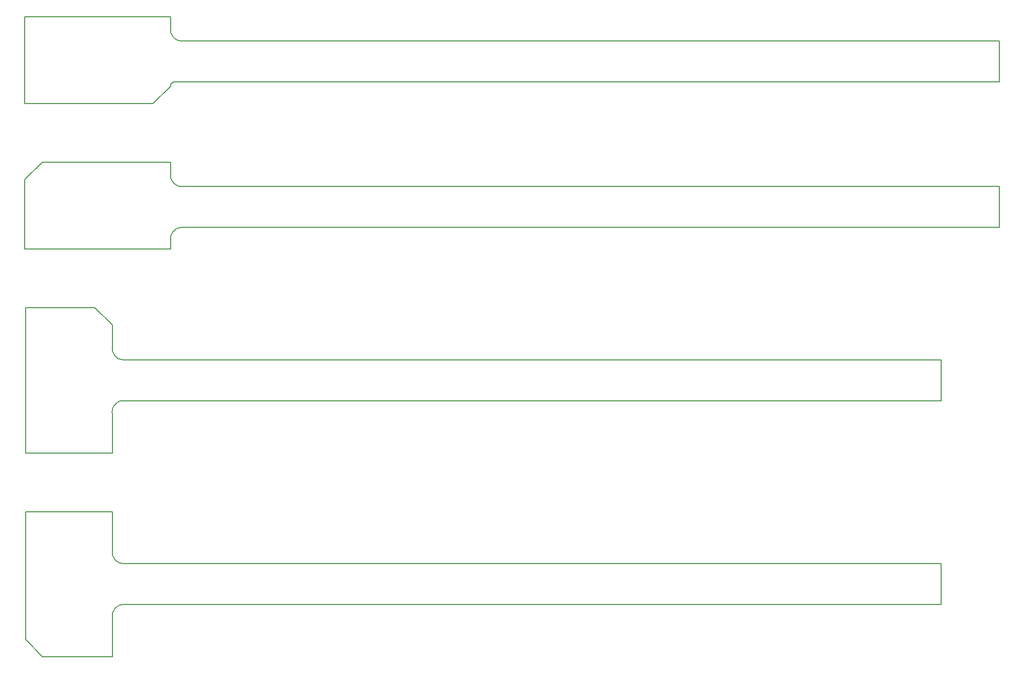
<source format=gbr>
G04 (created by PCBNEW-RS274X (2011-aug-04)-testing) date Wed 07 Dec 2011 02:34:08 PM CET*
G01*
G70*
G90*
%MOIN*%
G04 Gerber Fmt 3.4, Leading zero omitted, Abs format*
%FSLAX34Y34*%
G04 APERTURE LIST*
%ADD10C,0.006000*%
G04 APERTURE END LIST*
G54D10*
X25591Y-53130D02*
X25591Y-50394D01*
X26378Y-49607D02*
X26310Y-49610D01*
X26242Y-49619D01*
X26175Y-49634D01*
X26109Y-49655D01*
X26046Y-49681D01*
X25985Y-49713D01*
X25927Y-49750D01*
X25873Y-49792D01*
X25822Y-49838D01*
X25776Y-49889D01*
X25734Y-49943D01*
X25697Y-50001D01*
X25665Y-50062D01*
X25639Y-50125D01*
X25618Y-50191D01*
X25603Y-50258D01*
X25594Y-50326D01*
X25591Y-50394D01*
X81594Y-49606D02*
X26378Y-49606D01*
X26378Y-46850D02*
X81594Y-46850D01*
X25591Y-46161D02*
X25591Y-43327D01*
X25591Y-36713D02*
X25591Y-39370D01*
X81594Y-35827D02*
X26280Y-35827D01*
X26378Y-33071D02*
X81594Y-33071D01*
X25591Y-32283D02*
X25591Y-30709D01*
X30315Y-24114D02*
X85531Y-24114D01*
X29528Y-25571D02*
X29528Y-24803D01*
X30315Y-21358D02*
X85531Y-21358D01*
X29528Y-20583D02*
X29528Y-19705D01*
X85531Y-14272D02*
X29823Y-14272D01*
X30315Y-11516D02*
X85531Y-11516D01*
X29528Y-10728D02*
X29528Y-09862D01*
X25591Y-46063D02*
X25594Y-46131D01*
X25603Y-46199D01*
X25618Y-46266D01*
X25639Y-46332D01*
X25665Y-46395D01*
X25697Y-46456D01*
X25734Y-46514D01*
X25776Y-46568D01*
X25822Y-46619D01*
X25873Y-46665D01*
X25927Y-46707D01*
X25985Y-46744D01*
X26046Y-46776D01*
X26109Y-46802D01*
X26175Y-46823D01*
X26242Y-46838D01*
X26310Y-46847D01*
X26378Y-46850D01*
X26279Y-35828D02*
X26211Y-35839D01*
X26144Y-35857D01*
X26079Y-35880D01*
X26016Y-35909D01*
X25956Y-35943D01*
X25899Y-35983D01*
X25846Y-36027D01*
X25797Y-36076D01*
X25752Y-36128D01*
X25712Y-36185D01*
X25677Y-36245D01*
X25647Y-36307D01*
X25623Y-36372D01*
X25605Y-36439D01*
X25593Y-36507D01*
X25586Y-36576D01*
X25586Y-36644D01*
X25592Y-36713D01*
X25590Y-32283D02*
X25593Y-32351D01*
X25602Y-32419D01*
X25617Y-32486D01*
X25638Y-32552D01*
X25664Y-32616D01*
X25696Y-32676D01*
X25733Y-32734D01*
X25775Y-32789D01*
X25821Y-32840D01*
X25872Y-32886D01*
X25927Y-32928D01*
X25985Y-32965D01*
X26045Y-32997D01*
X26109Y-33023D01*
X26175Y-33044D01*
X26242Y-33059D01*
X26310Y-33068D01*
X26378Y-33071D01*
X30315Y-24115D02*
X30247Y-24118D01*
X30179Y-24127D01*
X30112Y-24142D01*
X30046Y-24163D01*
X29983Y-24189D01*
X29922Y-24221D01*
X29864Y-24258D01*
X29810Y-24300D01*
X29759Y-24346D01*
X29713Y-24397D01*
X29671Y-24451D01*
X29634Y-24509D01*
X29602Y-24570D01*
X29576Y-24633D01*
X29555Y-24699D01*
X29540Y-24766D01*
X29531Y-24834D01*
X29528Y-24902D01*
X29528Y-20571D02*
X29531Y-20639D01*
X29540Y-20707D01*
X29555Y-20774D01*
X29576Y-20840D01*
X29602Y-20903D01*
X29634Y-20964D01*
X29671Y-21022D01*
X29713Y-21076D01*
X29759Y-21127D01*
X29810Y-21173D01*
X29864Y-21215D01*
X29922Y-21252D01*
X29983Y-21284D01*
X30046Y-21310D01*
X30112Y-21331D01*
X30179Y-21346D01*
X30247Y-21355D01*
X30315Y-21358D01*
X29823Y-14272D02*
X29798Y-14274D01*
X29772Y-14277D01*
X29747Y-14283D01*
X29723Y-14290D01*
X29699Y-14300D01*
X29676Y-14312D01*
X29654Y-14326D01*
X29634Y-14342D01*
X29615Y-14359D01*
X29598Y-14378D01*
X29582Y-14398D01*
X29568Y-14420D01*
X29556Y-14443D01*
X29546Y-14467D01*
X29539Y-14491D01*
X29533Y-14516D01*
X29530Y-14542D01*
X29528Y-14567D01*
X29527Y-10728D02*
X29530Y-10796D01*
X29539Y-10864D01*
X29554Y-10931D01*
X29575Y-10997D01*
X29601Y-11061D01*
X29633Y-11121D01*
X29670Y-11179D01*
X29712Y-11234D01*
X29758Y-11285D01*
X29809Y-11331D01*
X29864Y-11373D01*
X29922Y-11410D01*
X29982Y-11442D01*
X30046Y-11468D01*
X30112Y-11489D01*
X30179Y-11504D01*
X30247Y-11513D01*
X30315Y-11516D01*
X19685Y-09862D02*
X29528Y-09862D01*
X19685Y-15728D02*
X19685Y-09862D01*
X28347Y-15728D02*
X19685Y-15728D01*
X29528Y-14567D02*
X28347Y-15728D01*
X19685Y-25571D02*
X29528Y-25571D01*
X19685Y-20866D02*
X19685Y-25571D01*
X20866Y-19705D02*
X19685Y-20866D01*
X29528Y-19705D02*
X20866Y-19705D01*
X19724Y-39370D02*
X25591Y-39370D01*
X19724Y-29527D02*
X19724Y-39370D01*
X24409Y-29527D02*
X19724Y-29527D01*
X25591Y-30709D02*
X24409Y-29527D01*
X20866Y-53130D02*
X25591Y-53130D01*
X19724Y-51969D02*
X20866Y-53130D01*
X19724Y-43327D02*
X19724Y-51969D01*
X25591Y-43327D02*
X19724Y-43327D01*
X81594Y-46850D02*
X81594Y-49606D01*
X81594Y-33071D02*
X81594Y-35827D01*
X85531Y-21358D02*
X85531Y-24114D01*
X85531Y-11516D02*
X85531Y-14272D01*
M02*

</source>
